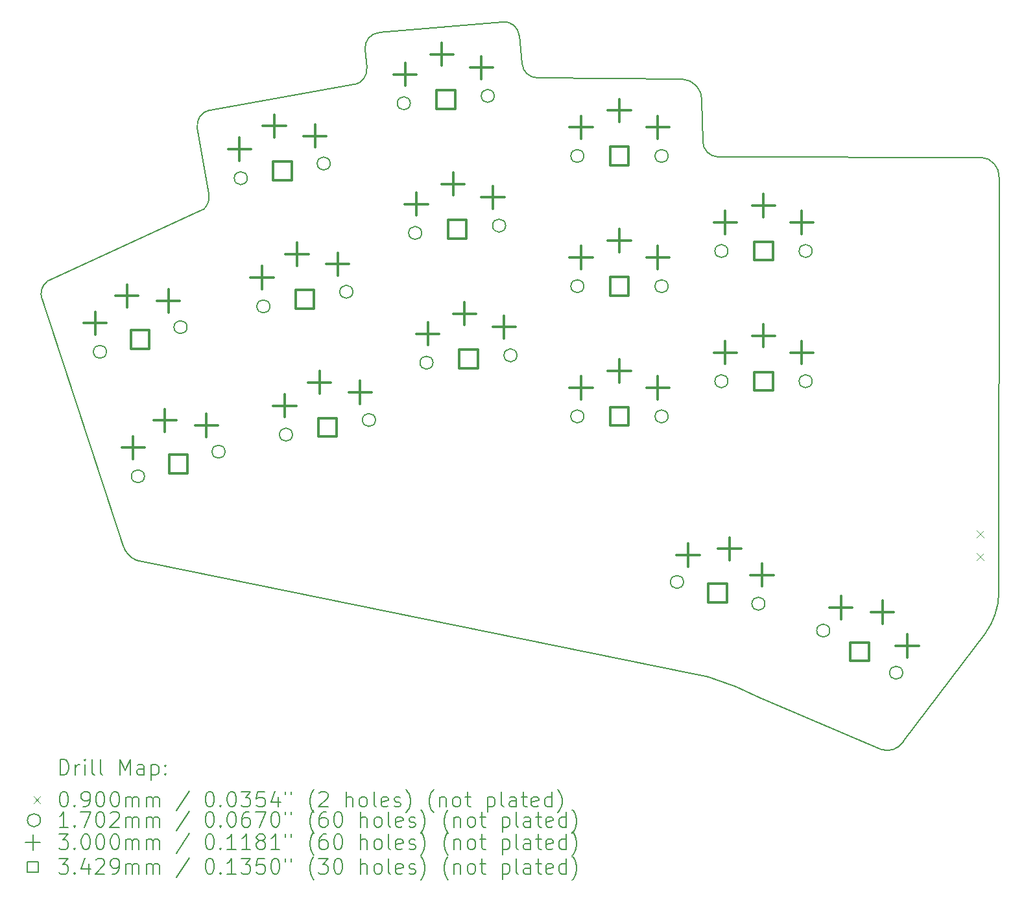
<source format=gbr>
%FSLAX45Y45*%
G04 Gerber Fmt 4.5, Leading zero omitted, Abs format (unit mm)*
G04 Created by KiCad (PCBNEW (6.0.4-0)) date 2022-05-16 08:39:34*
%MOMM*%
%LPD*%
G01*
G04 APERTURE LIST*
%TA.AperFunction,Profile*%
%ADD10C,0.150000*%
%TD*%
%ADD11C,0.200000*%
%ADD12C,0.090000*%
%ADD13C,0.170180*%
%ADD14C,0.300000*%
%ADD15C,0.342900*%
G04 APERTURE END LIST*
D10*
X6193308Y11268038D02*
X8077793Y11600323D01*
X12617390Y11393371D02*
G75*
G03*
X12363394Y11672771I-271530J8309D01*
G01*
X4064822Y9026729D02*
G75*
G03*
X4000538Y8804935I127368J-157129D01*
G01*
X4064821Y9026731D02*
X6108103Y9966950D01*
X10469953Y11689307D02*
X12363394Y11672771D01*
X13396679Y3584025D02*
G75*
G03*
X12710879Y3863425I-1793729J-3421425D01*
G01*
X10270710Y11871876D02*
G75*
G03*
X10469953Y11689307I199250J17444D01*
G01*
X16260102Y10651714D02*
X12830714Y10656418D01*
X12627823Y10859110D02*
G75*
G03*
X12830714Y10656418I208327J5640D01*
G01*
X8402406Y12279469D02*
X10016242Y12420661D01*
X14946079Y2923625D02*
G75*
G03*
X15250879Y3025225I90370J236891D01*
G01*
X12710879Y3863425D02*
X5232567Y5391664D01*
X4000538Y8804935D02*
X5064080Y5574684D01*
X5064080Y5574684D02*
G75*
G03*
X5232567Y5391664I284371J92726D01*
G01*
X14946079Y2923625D02*
X13396679Y3584025D01*
X16320418Y4439488D02*
G75*
G03*
X16494826Y4955625I-764421J545843D01*
G01*
X8242303Y11814716D02*
X8220598Y12062799D01*
X6108103Y9966950D02*
G75*
G03*
X6182043Y10176232I-151733J171310D01*
G01*
X16494826Y4955625D02*
X16498230Y10381255D01*
X10232913Y12238854D02*
G75*
G03*
X10016242Y12420661I-199233J-17424D01*
G01*
X15250879Y3025225D02*
X16320418Y4439488D01*
X6031076Y11036347D02*
X6182043Y10176232D01*
X8077794Y11600323D02*
G75*
G03*
X8242303Y11814716I-34724J196957D01*
G01*
X12627819Y10859110D02*
X12617394Y11393371D01*
X16498224Y10381255D02*
G75*
G03*
X16260102Y10651714I-253545J16825D01*
G01*
X10232912Y12238854D02*
X10270714Y11871876D01*
X6193307Y11268044D02*
G75*
G03*
X6031076Y11036347I34733J-196964D01*
G01*
X8402407Y12279462D02*
G75*
G03*
X8220598Y12062799I17423J-199232D01*
G01*
D11*
D12*
X16205014Y5779462D02*
X16295014Y5689462D01*
X16295014Y5779462D02*
X16205014Y5689462D01*
X16205014Y5479462D02*
X16295014Y5389462D01*
X16295014Y5479462D02*
X16205014Y5389462D01*
D13*
X4843348Y8112192D02*
G75*
G03*
X4843348Y8112192I-85090J0D01*
G01*
X4843348Y8112192D02*
G75*
G03*
X4843348Y8112192I-85090J0D01*
G01*
X5340380Y6486474D02*
G75*
G03*
X5340380Y6486474I-85090J0D01*
G01*
X5340380Y6486474D02*
G75*
G03*
X5340380Y6486474I-85090J0D01*
G01*
X5895283Y8433801D02*
G75*
G03*
X5895283Y8433801I-85090J0D01*
G01*
X5895283Y8433801D02*
G75*
G03*
X5895283Y8433801I-85090J0D01*
G01*
X6392315Y6808083D02*
G75*
G03*
X6392315Y6808083I-85090J0D01*
G01*
X6392315Y6808083D02*
G75*
G03*
X6392315Y6808083I-85090J0D01*
G01*
X6682157Y10379000D02*
G75*
G03*
X6682157Y10379000I-85090J0D01*
G01*
X6682157Y10379000D02*
G75*
G03*
X6682157Y10379000I-85090J0D01*
G01*
X6977359Y8704827D02*
G75*
G03*
X6977359Y8704827I-85090J0D01*
G01*
X6977359Y8704827D02*
G75*
G03*
X6977359Y8704827I-85090J0D01*
G01*
X7272560Y7030654D02*
G75*
G03*
X7272560Y7030654I-85090J0D01*
G01*
X7272560Y7030654D02*
G75*
G03*
X7272560Y7030654I-85090J0D01*
G01*
X7765445Y10570013D02*
G75*
G03*
X7765445Y10570013I-85090J0D01*
G01*
X7765445Y10570013D02*
G75*
G03*
X7765445Y10570013I-85090J0D01*
G01*
X8060647Y8895840D02*
G75*
G03*
X8060647Y8895840I-85090J0D01*
G01*
X8060647Y8895840D02*
G75*
G03*
X8060647Y8895840I-85090J0D01*
G01*
X8355849Y7221667D02*
G75*
G03*
X8355849Y7221667I-85090J0D01*
G01*
X8355849Y7221667D02*
G75*
G03*
X8355849Y7221667I-85090J0D01*
G01*
X8811183Y11357012D02*
G75*
G03*
X8811183Y11357012I-85090J0D01*
G01*
X8811183Y11357012D02*
G75*
G03*
X8811183Y11357012I-85090J0D01*
G01*
X8959347Y9663481D02*
G75*
G03*
X8959347Y9663481I-85090J0D01*
G01*
X8959347Y9663481D02*
G75*
G03*
X8959347Y9663481I-85090J0D01*
G01*
X9107512Y7969950D02*
G75*
G03*
X9107512Y7969950I-85090J0D01*
G01*
X9107512Y7969950D02*
G75*
G03*
X9107512Y7969950I-85090J0D01*
G01*
X9906997Y11452883D02*
G75*
G03*
X9906997Y11452883I-85090J0D01*
G01*
X9906997Y11452883D02*
G75*
G03*
X9906997Y11452883I-85090J0D01*
G01*
X10055161Y9759352D02*
G75*
G03*
X10055161Y9759352I-85090J0D01*
G01*
X10055161Y9759352D02*
G75*
G03*
X10055161Y9759352I-85090J0D01*
G01*
X10203326Y8065821D02*
G75*
G03*
X10203326Y8065821I-85090J0D01*
G01*
X10203326Y8065821D02*
G75*
G03*
X10203326Y8065821I-85090J0D01*
G01*
X11076199Y10668602D02*
G75*
G03*
X11076199Y10668602I-85090J0D01*
G01*
X11076199Y10668602D02*
G75*
G03*
X11076199Y10668602I-85090J0D01*
G01*
X11076199Y8968602D02*
G75*
G03*
X11076199Y8968602I-85090J0D01*
G01*
X11076199Y8968602D02*
G75*
G03*
X11076199Y8968602I-85090J0D01*
G01*
X11076199Y7268602D02*
G75*
G03*
X11076199Y7268602I-85090J0D01*
G01*
X11076199Y7268602D02*
G75*
G03*
X11076199Y7268602I-85090J0D01*
G01*
X12176199Y10668602D02*
G75*
G03*
X12176199Y10668602I-85090J0D01*
G01*
X12176199Y10668602D02*
G75*
G03*
X12176199Y10668602I-85090J0D01*
G01*
X12176199Y8968602D02*
G75*
G03*
X12176199Y8968602I-85090J0D01*
G01*
X12176199Y8968602D02*
G75*
G03*
X12176199Y8968602I-85090J0D01*
G01*
X12176199Y7268602D02*
G75*
G03*
X12176199Y7268602I-85090J0D01*
G01*
X12176199Y7268602D02*
G75*
G03*
X12176199Y7268602I-85090J0D01*
G01*
X12377737Y5107261D02*
G75*
G03*
X12377737Y5107261I-85090J0D01*
G01*
X12377737Y5107261D02*
G75*
G03*
X12377737Y5107261I-85090J0D01*
G01*
X12956918Y9427885D02*
G75*
G03*
X12956918Y9427885I-85090J0D01*
G01*
X12956918Y9427885D02*
G75*
G03*
X12956918Y9427885I-85090J0D01*
G01*
X12956918Y7727885D02*
G75*
G03*
X12956918Y7727885I-85090J0D01*
G01*
X12956918Y7727885D02*
G75*
G03*
X12956918Y7727885I-85090J0D01*
G01*
X13440256Y4822560D02*
G75*
G03*
X13440256Y4822560I-85090J0D01*
G01*
X13440256Y4822560D02*
G75*
G03*
X13440256Y4822560I-85090J0D01*
G01*
X14056918Y9427885D02*
G75*
G03*
X14056918Y9427885I-85090J0D01*
G01*
X14056918Y9427885D02*
G75*
G03*
X14056918Y9427885I-85090J0D01*
G01*
X14056918Y7727885D02*
G75*
G03*
X14056918Y7727885I-85090J0D01*
G01*
X14056918Y7727885D02*
G75*
G03*
X14056918Y7727885I-85090J0D01*
G01*
X14286442Y4472058D02*
G75*
G03*
X14286442Y4472058I-85090J0D01*
G01*
X14286442Y4472058D02*
G75*
G03*
X14286442Y4472058I-85090J0D01*
G01*
X15239070Y3922058D02*
G75*
G03*
X15239070Y3922058I-85090J0D01*
G01*
X15239070Y3922058D02*
G75*
G03*
X15239070Y3922058I-85090J0D01*
G01*
D14*
X4696434Y8635425D02*
X4696434Y8335425D01*
X4546434Y8485425D02*
X4846434Y8485425D01*
X5110265Y8991998D02*
X5110265Y8691998D01*
X4960265Y8841998D02*
X5260265Y8841998D01*
X5110265Y8991998D02*
X5110265Y8691998D01*
X4960265Y8841998D02*
X5260265Y8841998D01*
X5193466Y7009707D02*
X5193466Y6709707D01*
X5043466Y6859707D02*
X5343466Y6859707D01*
X5607297Y7366279D02*
X5607297Y7066279D01*
X5457297Y7216279D02*
X5757297Y7216279D01*
X5607297Y7366279D02*
X5607297Y7066279D01*
X5457297Y7216279D02*
X5757297Y7216279D01*
X5652739Y8927796D02*
X5652739Y8627796D01*
X5502739Y8777796D02*
X5802739Y8777796D01*
X6149771Y7302078D02*
X6149771Y7002078D01*
X5999771Y7152078D02*
X6299771Y7152078D01*
X6581189Y10906986D02*
X6581189Y10606986D01*
X6431189Y10756986D02*
X6731189Y10756986D01*
X6876391Y9232812D02*
X6876391Y8932812D01*
X6726391Y9082812D02*
X7026391Y9082812D01*
X7035390Y11210467D02*
X7035390Y10910467D01*
X6885390Y11060467D02*
X7185390Y11060467D01*
X7035390Y11210467D02*
X7035390Y10910467D01*
X6885390Y11060467D02*
X7185390Y11060467D01*
X7171593Y7558639D02*
X7171593Y7258639D01*
X7021593Y7408639D02*
X7321593Y7408639D01*
X7330592Y9536294D02*
X7330592Y9236294D01*
X7180592Y9386294D02*
X7480592Y9386294D01*
X7330592Y9536294D02*
X7330592Y9236294D01*
X7180592Y9386294D02*
X7480592Y9386294D01*
X7565997Y11080634D02*
X7565997Y10780634D01*
X7415997Y10930634D02*
X7715997Y10930634D01*
X7625794Y7862121D02*
X7625794Y7562121D01*
X7475794Y7712121D02*
X7775794Y7712121D01*
X7625794Y7862121D02*
X7625794Y7562121D01*
X7475794Y7712121D02*
X7775794Y7712121D01*
X7861199Y9406461D02*
X7861199Y9106461D01*
X7711199Y9256461D02*
X8011199Y9256461D01*
X8156401Y7732287D02*
X8156401Y7432287D01*
X8006401Y7582287D02*
X8306401Y7582287D01*
X8743219Y11884943D02*
X8743219Y11584943D01*
X8593219Y11734943D02*
X8893219Y11734943D01*
X8891384Y10191412D02*
X8891384Y9891412D01*
X8741384Y10041412D02*
X9041384Y10041412D01*
X9039548Y8497881D02*
X9039548Y8197881D01*
X8889548Y8347881D02*
X9189548Y8347881D01*
X9222142Y12147683D02*
X9222142Y11847683D01*
X9072142Y11997683D02*
X9372142Y11997683D01*
X9222142Y12147683D02*
X9222142Y11847683D01*
X9072142Y11997683D02*
X9372142Y11997683D01*
X9370307Y10454153D02*
X9370307Y10154153D01*
X9220307Y10304153D02*
X9520307Y10304153D01*
X9370307Y10454153D02*
X9370307Y10154153D01*
X9220307Y10304153D02*
X9520307Y10304153D01*
X9518471Y8760622D02*
X9518471Y8460622D01*
X9368471Y8610622D02*
X9668471Y8610622D01*
X9518471Y8760622D02*
X9518471Y8460622D01*
X9368471Y8610622D02*
X9668471Y8610622D01*
X9739414Y11972099D02*
X9739414Y11672099D01*
X9589414Y11822099D02*
X9889414Y11822099D01*
X9887578Y10278568D02*
X9887578Y9978568D01*
X9737578Y10128568D02*
X10037578Y10128568D01*
X10035743Y8585037D02*
X10035743Y8285037D01*
X9885743Y8435037D02*
X10185743Y8435037D01*
X11041109Y11193602D02*
X11041109Y10893602D01*
X10891109Y11043602D02*
X11191109Y11043602D01*
X11041109Y9493602D02*
X11041109Y9193602D01*
X10891109Y9343602D02*
X11191109Y9343602D01*
X11041109Y7793602D02*
X11041109Y7493602D01*
X10891109Y7643602D02*
X11191109Y7643602D01*
X11541109Y11413602D02*
X11541109Y11113602D01*
X11391109Y11263602D02*
X11691109Y11263602D01*
X11541109Y11413602D02*
X11541109Y11113602D01*
X11391109Y11263602D02*
X11691109Y11263602D01*
X11541109Y9713602D02*
X11541109Y9413602D01*
X11391109Y9563602D02*
X11691109Y9563602D01*
X11541109Y9713602D02*
X11541109Y9413602D01*
X11391109Y9563602D02*
X11691109Y9563602D01*
X11541109Y8013602D02*
X11541109Y7713602D01*
X11391109Y7863602D02*
X11691109Y7863602D01*
X11541109Y8013602D02*
X11541109Y7713602D01*
X11391109Y7863602D02*
X11691109Y7863602D01*
X12041109Y11193602D02*
X12041109Y10893602D01*
X11891109Y11043602D02*
X12191109Y11043602D01*
X12041109Y9493602D02*
X12041109Y9193602D01*
X11891109Y9343602D02*
X12191109Y9343602D01*
X12041109Y7793602D02*
X12041109Y7493602D01*
X11891109Y7643602D02*
X12191109Y7643602D01*
X12438001Y5606542D02*
X12438001Y5306542D01*
X12288001Y5456542D02*
X12588001Y5456542D01*
X12921828Y9952885D02*
X12921828Y9652885D01*
X12771828Y9802885D02*
X13071828Y9802885D01*
X12921828Y8252885D02*
X12921828Y7952885D01*
X12771828Y8102885D02*
X13071828Y8102885D01*
X12977904Y5689636D02*
X12977904Y5389636D01*
X12827904Y5539636D02*
X13127904Y5539636D01*
X12977904Y5689636D02*
X12977904Y5389636D01*
X12827904Y5539636D02*
X13127904Y5539636D01*
X13403927Y5347723D02*
X13403927Y5047723D01*
X13253927Y5197723D02*
X13553927Y5197723D01*
X13421828Y10172885D02*
X13421828Y9872885D01*
X13271828Y10022885D02*
X13571828Y10022885D01*
X13421828Y10172885D02*
X13421828Y9872885D01*
X13271828Y10022885D02*
X13571828Y10022885D01*
X13421828Y8472885D02*
X13421828Y8172885D01*
X13271828Y8322885D02*
X13571828Y8322885D01*
X13421828Y8472885D02*
X13421828Y8172885D01*
X13271828Y8322885D02*
X13571828Y8322885D01*
X13921828Y9952885D02*
X13921828Y9652885D01*
X13771828Y9802885D02*
X14071828Y9802885D01*
X13921828Y8252885D02*
X13921828Y7952885D01*
X13771828Y8102885D02*
X14071828Y8102885D01*
X14432154Y4921818D02*
X14432154Y4621818D01*
X14282154Y4771818D02*
X14582154Y4771818D01*
X14975166Y4862343D02*
X14975166Y4562343D01*
X14825166Y4712343D02*
X15125166Y4712343D01*
X14975166Y4862343D02*
X14975166Y4562343D01*
X14825166Y4712343D02*
X15125166Y4712343D01*
X15298179Y4421818D02*
X15298179Y4121817D01*
X15148179Y4271818D02*
X15448179Y4271818D01*
D15*
X5405461Y8151762D02*
X5405461Y8394231D01*
X5162991Y8394231D01*
X5162991Y8151762D01*
X5405461Y8151762D01*
X5405461Y8151762D02*
X5405461Y8394231D01*
X5162991Y8394231D01*
X5162991Y8151762D01*
X5405461Y8151762D01*
X5902492Y6526044D02*
X5902492Y6768513D01*
X5660023Y6768513D01*
X5660023Y6526044D01*
X5902492Y6526044D01*
X5902492Y6526044D02*
X5902492Y6768513D01*
X5660023Y6768513D01*
X5660023Y6526044D01*
X5902492Y6526044D01*
X7259946Y10353272D02*
X7259946Y10595741D01*
X7017476Y10595741D01*
X7017476Y10353272D01*
X7259946Y10353272D01*
X7259946Y10353272D02*
X7259946Y10595741D01*
X7017476Y10595741D01*
X7017476Y10353272D01*
X7259946Y10353272D01*
X7555147Y8679099D02*
X7555147Y8921568D01*
X7312678Y8921568D01*
X7312678Y8679099D01*
X7555147Y8679099D01*
X7555147Y8679099D02*
X7555147Y8921568D01*
X7312678Y8921568D01*
X7312678Y8679099D01*
X7555147Y8679099D01*
X7850349Y7004926D02*
X7850349Y7247395D01*
X7607880Y7247395D01*
X7607880Y7004926D01*
X7850349Y7004926D01*
X7850349Y7004926D02*
X7850349Y7247395D01*
X7607880Y7247395D01*
X7607880Y7004926D01*
X7850349Y7004926D01*
X9395234Y11283713D02*
X9395234Y11526182D01*
X9152765Y11526182D01*
X9152765Y11283713D01*
X9395234Y11283713D01*
X9395234Y11283713D02*
X9395234Y11526182D01*
X9152765Y11526182D01*
X9152765Y11283713D01*
X9395234Y11283713D01*
X9543399Y9590182D02*
X9543399Y9832651D01*
X9300930Y9832651D01*
X9300930Y9590182D01*
X9543399Y9590182D01*
X9543399Y9590182D02*
X9543399Y9832651D01*
X9300930Y9832651D01*
X9300930Y9590182D01*
X9543399Y9590182D01*
X9691564Y7896651D02*
X9691564Y8139120D01*
X9449095Y8139120D01*
X9449095Y7896651D01*
X9691564Y7896651D01*
X9691564Y7896651D02*
X9691564Y8139120D01*
X9449095Y8139120D01*
X9449095Y7896651D01*
X9691564Y7896651D01*
X11662343Y10547367D02*
X11662343Y10789836D01*
X11419874Y10789836D01*
X11419874Y10547367D01*
X11662343Y10547367D01*
X11662343Y10547367D02*
X11662343Y10789836D01*
X11419874Y10789836D01*
X11419874Y10547367D01*
X11662343Y10547367D01*
X11662343Y8847367D02*
X11662343Y9089836D01*
X11419874Y9089836D01*
X11419874Y8847367D01*
X11662343Y8847367D01*
X11662343Y8847367D02*
X11662343Y9089836D01*
X11419874Y9089836D01*
X11419874Y8847367D01*
X11662343Y8847367D01*
X11662343Y7147367D02*
X11662343Y7389836D01*
X11419874Y7389836D01*
X11419874Y7147367D01*
X11662343Y7147367D01*
X11662343Y7147367D02*
X11662343Y7389836D01*
X11419874Y7389836D01*
X11419874Y7147367D01*
X11662343Y7147367D01*
X12945141Y4843676D02*
X12945141Y5086145D01*
X12702672Y5086145D01*
X12702672Y4843676D01*
X12945141Y4843676D01*
X12945141Y4843676D02*
X12945141Y5086145D01*
X12702672Y5086145D01*
X12702672Y4843676D01*
X12945141Y4843676D01*
X13543063Y9306651D02*
X13543063Y9549120D01*
X13300593Y9549120D01*
X13300593Y9306651D01*
X13543063Y9306651D01*
X13543063Y9306651D02*
X13543063Y9549120D01*
X13300593Y9549120D01*
X13300593Y9306651D01*
X13543063Y9306651D01*
X13543063Y7606651D02*
X13543063Y7849120D01*
X13300593Y7849120D01*
X13300593Y7606651D01*
X13543063Y7606651D01*
X13543063Y7606651D02*
X13543063Y7849120D01*
X13300593Y7849120D01*
X13300593Y7606651D01*
X13543063Y7606651D01*
X14798901Y4075823D02*
X14798901Y4318293D01*
X14556432Y4318293D01*
X14556432Y4075823D01*
X14798901Y4075823D01*
X14798901Y4075823D02*
X14798901Y4318293D01*
X14556432Y4318293D01*
X14556432Y4075823D01*
X14798901Y4075823D01*
D11*
X4240042Y2588997D02*
X4240042Y2788997D01*
X4287661Y2788997D01*
X4316233Y2779473D01*
X4335280Y2760426D01*
X4344804Y2741378D01*
X4354328Y2703283D01*
X4354328Y2674711D01*
X4344804Y2636616D01*
X4335280Y2617568D01*
X4316233Y2598521D01*
X4287661Y2588997D01*
X4240042Y2588997D01*
X4440042Y2588997D02*
X4440042Y2722330D01*
X4440042Y2684235D02*
X4449566Y2703283D01*
X4459090Y2712807D01*
X4478137Y2722330D01*
X4497185Y2722330D01*
X4563852Y2588997D02*
X4563852Y2722330D01*
X4563852Y2788997D02*
X4554328Y2779473D01*
X4563852Y2769949D01*
X4573375Y2779473D01*
X4563852Y2788997D01*
X4563852Y2769949D01*
X4687661Y2588997D02*
X4668614Y2598521D01*
X4659090Y2617568D01*
X4659090Y2788997D01*
X4792423Y2588997D02*
X4773375Y2598521D01*
X4763852Y2617568D01*
X4763852Y2788997D01*
X5020995Y2588997D02*
X5020995Y2788997D01*
X5087661Y2646140D01*
X5154328Y2788997D01*
X5154328Y2588997D01*
X5335280Y2588997D02*
X5335280Y2693759D01*
X5325756Y2712807D01*
X5306709Y2722330D01*
X5268614Y2722330D01*
X5249566Y2712807D01*
X5335280Y2598521D02*
X5316233Y2588997D01*
X5268614Y2588997D01*
X5249566Y2598521D01*
X5240042Y2617568D01*
X5240042Y2636616D01*
X5249566Y2655664D01*
X5268614Y2665187D01*
X5316233Y2665187D01*
X5335280Y2674711D01*
X5430518Y2722330D02*
X5430518Y2522330D01*
X5430518Y2712807D02*
X5449566Y2722330D01*
X5487661Y2722330D01*
X5506709Y2712807D01*
X5516233Y2703283D01*
X5525756Y2684235D01*
X5525756Y2627092D01*
X5516233Y2608045D01*
X5506709Y2598521D01*
X5487661Y2588997D01*
X5449566Y2588997D01*
X5430518Y2598521D01*
X5611471Y2608045D02*
X5620994Y2598521D01*
X5611471Y2588997D01*
X5601947Y2598521D01*
X5611471Y2608045D01*
X5611471Y2588997D01*
X5611471Y2712807D02*
X5620994Y2703283D01*
X5611471Y2693759D01*
X5601947Y2703283D01*
X5611471Y2712807D01*
X5611471Y2693759D01*
D12*
X3892423Y2304473D02*
X3982423Y2214473D01*
X3982423Y2304473D02*
X3892423Y2214473D01*
D11*
X4278137Y2368997D02*
X4297185Y2368997D01*
X4316233Y2359473D01*
X4325756Y2349949D01*
X4335280Y2330902D01*
X4344804Y2292807D01*
X4344804Y2245187D01*
X4335280Y2207092D01*
X4325756Y2188045D01*
X4316233Y2178521D01*
X4297185Y2168997D01*
X4278137Y2168997D01*
X4259090Y2178521D01*
X4249566Y2188045D01*
X4240042Y2207092D01*
X4230518Y2245187D01*
X4230518Y2292807D01*
X4240042Y2330902D01*
X4249566Y2349949D01*
X4259090Y2359473D01*
X4278137Y2368997D01*
X4430518Y2188045D02*
X4440042Y2178521D01*
X4430518Y2168997D01*
X4420995Y2178521D01*
X4430518Y2188045D01*
X4430518Y2168997D01*
X4535280Y2168997D02*
X4573375Y2168997D01*
X4592423Y2178521D01*
X4601947Y2188045D01*
X4620995Y2216616D01*
X4630518Y2254711D01*
X4630518Y2330902D01*
X4620995Y2349949D01*
X4611471Y2359473D01*
X4592423Y2368997D01*
X4554328Y2368997D01*
X4535280Y2359473D01*
X4525756Y2349949D01*
X4516233Y2330902D01*
X4516233Y2283283D01*
X4525756Y2264235D01*
X4535280Y2254711D01*
X4554328Y2245187D01*
X4592423Y2245187D01*
X4611471Y2254711D01*
X4620995Y2264235D01*
X4630518Y2283283D01*
X4754328Y2368997D02*
X4773375Y2368997D01*
X4792423Y2359473D01*
X4801947Y2349949D01*
X4811471Y2330902D01*
X4820995Y2292807D01*
X4820995Y2245187D01*
X4811471Y2207092D01*
X4801947Y2188045D01*
X4792423Y2178521D01*
X4773375Y2168997D01*
X4754328Y2168997D01*
X4735280Y2178521D01*
X4725756Y2188045D01*
X4716233Y2207092D01*
X4706709Y2245187D01*
X4706709Y2292807D01*
X4716233Y2330902D01*
X4725756Y2349949D01*
X4735280Y2359473D01*
X4754328Y2368997D01*
X4944804Y2368997D02*
X4963852Y2368997D01*
X4982899Y2359473D01*
X4992423Y2349949D01*
X5001947Y2330902D01*
X5011471Y2292807D01*
X5011471Y2245187D01*
X5001947Y2207092D01*
X4992423Y2188045D01*
X4982899Y2178521D01*
X4963852Y2168997D01*
X4944804Y2168997D01*
X4925756Y2178521D01*
X4916233Y2188045D01*
X4906709Y2207092D01*
X4897185Y2245187D01*
X4897185Y2292807D01*
X4906709Y2330902D01*
X4916233Y2349949D01*
X4925756Y2359473D01*
X4944804Y2368997D01*
X5097185Y2168997D02*
X5097185Y2302330D01*
X5097185Y2283283D02*
X5106709Y2292807D01*
X5125756Y2302330D01*
X5154328Y2302330D01*
X5173375Y2292807D01*
X5182899Y2273759D01*
X5182899Y2168997D01*
X5182899Y2273759D02*
X5192423Y2292807D01*
X5211471Y2302330D01*
X5240042Y2302330D01*
X5259090Y2292807D01*
X5268614Y2273759D01*
X5268614Y2168997D01*
X5363852Y2168997D02*
X5363852Y2302330D01*
X5363852Y2283283D02*
X5373375Y2292807D01*
X5392423Y2302330D01*
X5420995Y2302330D01*
X5440042Y2292807D01*
X5449566Y2273759D01*
X5449566Y2168997D01*
X5449566Y2273759D02*
X5459090Y2292807D01*
X5478137Y2302330D01*
X5506709Y2302330D01*
X5525756Y2292807D01*
X5535280Y2273759D01*
X5535280Y2168997D01*
X5925756Y2378521D02*
X5754328Y2121378D01*
X6182899Y2368997D02*
X6201947Y2368997D01*
X6220994Y2359473D01*
X6230518Y2349949D01*
X6240042Y2330902D01*
X6249566Y2292807D01*
X6249566Y2245187D01*
X6240042Y2207092D01*
X6230518Y2188045D01*
X6220994Y2178521D01*
X6201947Y2168997D01*
X6182899Y2168997D01*
X6163852Y2178521D01*
X6154328Y2188045D01*
X6144804Y2207092D01*
X6135280Y2245187D01*
X6135280Y2292807D01*
X6144804Y2330902D01*
X6154328Y2349949D01*
X6163852Y2359473D01*
X6182899Y2368997D01*
X6335280Y2188045D02*
X6344804Y2178521D01*
X6335280Y2168997D01*
X6325756Y2178521D01*
X6335280Y2188045D01*
X6335280Y2168997D01*
X6468613Y2368997D02*
X6487661Y2368997D01*
X6506709Y2359473D01*
X6516233Y2349949D01*
X6525756Y2330902D01*
X6535280Y2292807D01*
X6535280Y2245187D01*
X6525756Y2207092D01*
X6516233Y2188045D01*
X6506709Y2178521D01*
X6487661Y2168997D01*
X6468613Y2168997D01*
X6449566Y2178521D01*
X6440042Y2188045D01*
X6430518Y2207092D01*
X6420994Y2245187D01*
X6420994Y2292807D01*
X6430518Y2330902D01*
X6440042Y2349949D01*
X6449566Y2359473D01*
X6468613Y2368997D01*
X6601947Y2368997D02*
X6725756Y2368997D01*
X6659090Y2292807D01*
X6687661Y2292807D01*
X6706709Y2283283D01*
X6716233Y2273759D01*
X6725756Y2254711D01*
X6725756Y2207092D01*
X6716233Y2188045D01*
X6706709Y2178521D01*
X6687661Y2168997D01*
X6630518Y2168997D01*
X6611471Y2178521D01*
X6601947Y2188045D01*
X6906709Y2368997D02*
X6811471Y2368997D01*
X6801947Y2273759D01*
X6811471Y2283283D01*
X6830518Y2292807D01*
X6878137Y2292807D01*
X6897185Y2283283D01*
X6906709Y2273759D01*
X6916233Y2254711D01*
X6916233Y2207092D01*
X6906709Y2188045D01*
X6897185Y2178521D01*
X6878137Y2168997D01*
X6830518Y2168997D01*
X6811471Y2178521D01*
X6801947Y2188045D01*
X7087661Y2302330D02*
X7087661Y2168997D01*
X7040042Y2378521D02*
X6992423Y2235664D01*
X7116233Y2235664D01*
X7182899Y2368997D02*
X7182899Y2330902D01*
X7259090Y2368997D02*
X7259090Y2330902D01*
X7554328Y2092806D02*
X7544804Y2102330D01*
X7525756Y2130902D01*
X7516233Y2149949D01*
X7506709Y2178521D01*
X7497185Y2226140D01*
X7497185Y2264235D01*
X7506709Y2311854D01*
X7516233Y2340426D01*
X7525756Y2359473D01*
X7544804Y2388045D01*
X7554328Y2397568D01*
X7620994Y2349949D02*
X7630518Y2359473D01*
X7649566Y2368997D01*
X7697185Y2368997D01*
X7716233Y2359473D01*
X7725756Y2349949D01*
X7735280Y2330902D01*
X7735280Y2311854D01*
X7725756Y2283283D01*
X7611471Y2168997D01*
X7735280Y2168997D01*
X7973375Y2168997D02*
X7973375Y2368997D01*
X8059090Y2168997D02*
X8059090Y2273759D01*
X8049566Y2292807D01*
X8030518Y2302330D01*
X8001947Y2302330D01*
X7982899Y2292807D01*
X7973375Y2283283D01*
X8182899Y2168997D02*
X8163852Y2178521D01*
X8154328Y2188045D01*
X8144804Y2207092D01*
X8144804Y2264235D01*
X8154328Y2283283D01*
X8163852Y2292807D01*
X8182899Y2302330D01*
X8211471Y2302330D01*
X8230518Y2292807D01*
X8240042Y2283283D01*
X8249566Y2264235D01*
X8249566Y2207092D01*
X8240042Y2188045D01*
X8230518Y2178521D01*
X8211471Y2168997D01*
X8182899Y2168997D01*
X8363852Y2168997D02*
X8344804Y2178521D01*
X8335280Y2197568D01*
X8335280Y2368997D01*
X8516233Y2178521D02*
X8497185Y2168997D01*
X8459090Y2168997D01*
X8440042Y2178521D01*
X8430518Y2197568D01*
X8430518Y2273759D01*
X8440042Y2292807D01*
X8459090Y2302330D01*
X8497185Y2302330D01*
X8516233Y2292807D01*
X8525756Y2273759D01*
X8525756Y2254711D01*
X8430518Y2235664D01*
X8601947Y2178521D02*
X8620995Y2168997D01*
X8659090Y2168997D01*
X8678137Y2178521D01*
X8687661Y2197568D01*
X8687661Y2207092D01*
X8678137Y2226140D01*
X8659090Y2235664D01*
X8630518Y2235664D01*
X8611471Y2245187D01*
X8601947Y2264235D01*
X8601947Y2273759D01*
X8611471Y2292807D01*
X8630518Y2302330D01*
X8659090Y2302330D01*
X8678137Y2292807D01*
X8754328Y2092806D02*
X8763852Y2102330D01*
X8782899Y2130902D01*
X8792423Y2149949D01*
X8801947Y2178521D01*
X8811471Y2226140D01*
X8811471Y2264235D01*
X8801947Y2311854D01*
X8792423Y2340426D01*
X8782899Y2359473D01*
X8763852Y2388045D01*
X8754328Y2397568D01*
X9116233Y2092806D02*
X9106709Y2102330D01*
X9087661Y2130902D01*
X9078137Y2149949D01*
X9068614Y2178521D01*
X9059090Y2226140D01*
X9059090Y2264235D01*
X9068614Y2311854D01*
X9078137Y2340426D01*
X9087661Y2359473D01*
X9106709Y2388045D01*
X9116233Y2397568D01*
X9192423Y2302330D02*
X9192423Y2168997D01*
X9192423Y2283283D02*
X9201947Y2292807D01*
X9220995Y2302330D01*
X9249566Y2302330D01*
X9268614Y2292807D01*
X9278137Y2273759D01*
X9278137Y2168997D01*
X9401947Y2168997D02*
X9382899Y2178521D01*
X9373375Y2188045D01*
X9363852Y2207092D01*
X9363852Y2264235D01*
X9373375Y2283283D01*
X9382899Y2292807D01*
X9401947Y2302330D01*
X9430518Y2302330D01*
X9449566Y2292807D01*
X9459090Y2283283D01*
X9468614Y2264235D01*
X9468614Y2207092D01*
X9459090Y2188045D01*
X9449566Y2178521D01*
X9430518Y2168997D01*
X9401947Y2168997D01*
X9525756Y2302330D02*
X9601947Y2302330D01*
X9554328Y2368997D02*
X9554328Y2197568D01*
X9563852Y2178521D01*
X9582899Y2168997D01*
X9601947Y2168997D01*
X9820995Y2302330D02*
X9820995Y2102330D01*
X9820995Y2292807D02*
X9840042Y2302330D01*
X9878137Y2302330D01*
X9897185Y2292807D01*
X9906709Y2283283D01*
X9916233Y2264235D01*
X9916233Y2207092D01*
X9906709Y2188045D01*
X9897185Y2178521D01*
X9878137Y2168997D01*
X9840042Y2168997D01*
X9820995Y2178521D01*
X10030518Y2168997D02*
X10011471Y2178521D01*
X10001947Y2197568D01*
X10001947Y2368997D01*
X10192423Y2168997D02*
X10192423Y2273759D01*
X10182899Y2292807D01*
X10163852Y2302330D01*
X10125756Y2302330D01*
X10106709Y2292807D01*
X10192423Y2178521D02*
X10173375Y2168997D01*
X10125756Y2168997D01*
X10106709Y2178521D01*
X10097185Y2197568D01*
X10097185Y2216616D01*
X10106709Y2235664D01*
X10125756Y2245187D01*
X10173375Y2245187D01*
X10192423Y2254711D01*
X10259090Y2302330D02*
X10335280Y2302330D01*
X10287661Y2368997D02*
X10287661Y2197568D01*
X10297185Y2178521D01*
X10316233Y2168997D01*
X10335280Y2168997D01*
X10478137Y2178521D02*
X10459090Y2168997D01*
X10420995Y2168997D01*
X10401947Y2178521D01*
X10392423Y2197568D01*
X10392423Y2273759D01*
X10401947Y2292807D01*
X10420995Y2302330D01*
X10459090Y2302330D01*
X10478137Y2292807D01*
X10487661Y2273759D01*
X10487661Y2254711D01*
X10392423Y2235664D01*
X10659090Y2168997D02*
X10659090Y2368997D01*
X10659090Y2178521D02*
X10640042Y2168997D01*
X10601947Y2168997D01*
X10582899Y2178521D01*
X10573375Y2188045D01*
X10563852Y2207092D01*
X10563852Y2264235D01*
X10573375Y2283283D01*
X10582899Y2292807D01*
X10601947Y2302330D01*
X10640042Y2302330D01*
X10659090Y2292807D01*
X10735280Y2092806D02*
X10744804Y2102330D01*
X10763852Y2130902D01*
X10773375Y2149949D01*
X10782899Y2178521D01*
X10792423Y2226140D01*
X10792423Y2264235D01*
X10782899Y2311854D01*
X10773375Y2340426D01*
X10763852Y2359473D01*
X10744804Y2388045D01*
X10735280Y2397568D01*
D13*
X3982423Y1995473D02*
G75*
G03*
X3982423Y1995473I-85090J0D01*
G01*
D11*
X4344804Y1904997D02*
X4230518Y1904997D01*
X4287661Y1904997D02*
X4287661Y2104997D01*
X4268614Y2076425D01*
X4249566Y2057378D01*
X4230518Y2047854D01*
X4430518Y1924045D02*
X4440042Y1914521D01*
X4430518Y1904997D01*
X4420995Y1914521D01*
X4430518Y1924045D01*
X4430518Y1904997D01*
X4506709Y2104997D02*
X4640042Y2104997D01*
X4554328Y1904997D01*
X4754328Y2104997D02*
X4773375Y2104997D01*
X4792423Y2095473D01*
X4801947Y2085949D01*
X4811471Y2066902D01*
X4820995Y2028806D01*
X4820995Y1981187D01*
X4811471Y1943092D01*
X4801947Y1924045D01*
X4792423Y1914521D01*
X4773375Y1904997D01*
X4754328Y1904997D01*
X4735280Y1914521D01*
X4725756Y1924045D01*
X4716233Y1943092D01*
X4706709Y1981187D01*
X4706709Y2028806D01*
X4716233Y2066902D01*
X4725756Y2085949D01*
X4735280Y2095473D01*
X4754328Y2104997D01*
X4897185Y2085949D02*
X4906709Y2095473D01*
X4925756Y2104997D01*
X4973375Y2104997D01*
X4992423Y2095473D01*
X5001947Y2085949D01*
X5011471Y2066902D01*
X5011471Y2047854D01*
X5001947Y2019283D01*
X4887661Y1904997D01*
X5011471Y1904997D01*
X5097185Y1904997D02*
X5097185Y2038330D01*
X5097185Y2019283D02*
X5106709Y2028806D01*
X5125756Y2038330D01*
X5154328Y2038330D01*
X5173375Y2028806D01*
X5182899Y2009759D01*
X5182899Y1904997D01*
X5182899Y2009759D02*
X5192423Y2028806D01*
X5211471Y2038330D01*
X5240042Y2038330D01*
X5259090Y2028806D01*
X5268614Y2009759D01*
X5268614Y1904997D01*
X5363852Y1904997D02*
X5363852Y2038330D01*
X5363852Y2019283D02*
X5373375Y2028806D01*
X5392423Y2038330D01*
X5420995Y2038330D01*
X5440042Y2028806D01*
X5449566Y2009759D01*
X5449566Y1904997D01*
X5449566Y2009759D02*
X5459090Y2028806D01*
X5478137Y2038330D01*
X5506709Y2038330D01*
X5525756Y2028806D01*
X5535280Y2009759D01*
X5535280Y1904997D01*
X5925756Y2114521D02*
X5754328Y1857378D01*
X6182899Y2104997D02*
X6201947Y2104997D01*
X6220994Y2095473D01*
X6230518Y2085949D01*
X6240042Y2066902D01*
X6249566Y2028806D01*
X6249566Y1981187D01*
X6240042Y1943092D01*
X6230518Y1924045D01*
X6220994Y1914521D01*
X6201947Y1904997D01*
X6182899Y1904997D01*
X6163852Y1914521D01*
X6154328Y1924045D01*
X6144804Y1943092D01*
X6135280Y1981187D01*
X6135280Y2028806D01*
X6144804Y2066902D01*
X6154328Y2085949D01*
X6163852Y2095473D01*
X6182899Y2104997D01*
X6335280Y1924045D02*
X6344804Y1914521D01*
X6335280Y1904997D01*
X6325756Y1914521D01*
X6335280Y1924045D01*
X6335280Y1904997D01*
X6468613Y2104997D02*
X6487661Y2104997D01*
X6506709Y2095473D01*
X6516233Y2085949D01*
X6525756Y2066902D01*
X6535280Y2028806D01*
X6535280Y1981187D01*
X6525756Y1943092D01*
X6516233Y1924045D01*
X6506709Y1914521D01*
X6487661Y1904997D01*
X6468613Y1904997D01*
X6449566Y1914521D01*
X6440042Y1924045D01*
X6430518Y1943092D01*
X6420994Y1981187D01*
X6420994Y2028806D01*
X6430518Y2066902D01*
X6440042Y2085949D01*
X6449566Y2095473D01*
X6468613Y2104997D01*
X6706709Y2104997D02*
X6668613Y2104997D01*
X6649566Y2095473D01*
X6640042Y2085949D01*
X6620994Y2057378D01*
X6611471Y2019283D01*
X6611471Y1943092D01*
X6620994Y1924045D01*
X6630518Y1914521D01*
X6649566Y1904997D01*
X6687661Y1904997D01*
X6706709Y1914521D01*
X6716233Y1924045D01*
X6725756Y1943092D01*
X6725756Y1990711D01*
X6716233Y2009759D01*
X6706709Y2019283D01*
X6687661Y2028806D01*
X6649566Y2028806D01*
X6630518Y2019283D01*
X6620994Y2009759D01*
X6611471Y1990711D01*
X6792423Y2104997D02*
X6925756Y2104997D01*
X6840042Y1904997D01*
X7040042Y2104997D02*
X7059090Y2104997D01*
X7078137Y2095473D01*
X7087661Y2085949D01*
X7097185Y2066902D01*
X7106709Y2028806D01*
X7106709Y1981187D01*
X7097185Y1943092D01*
X7087661Y1924045D01*
X7078137Y1914521D01*
X7059090Y1904997D01*
X7040042Y1904997D01*
X7020994Y1914521D01*
X7011471Y1924045D01*
X7001947Y1943092D01*
X6992423Y1981187D01*
X6992423Y2028806D01*
X7001947Y2066902D01*
X7011471Y2085949D01*
X7020994Y2095473D01*
X7040042Y2104997D01*
X7182899Y2104997D02*
X7182899Y2066902D01*
X7259090Y2104997D02*
X7259090Y2066902D01*
X7554328Y1828806D02*
X7544804Y1838330D01*
X7525756Y1866902D01*
X7516233Y1885949D01*
X7506709Y1914521D01*
X7497185Y1962140D01*
X7497185Y2000235D01*
X7506709Y2047854D01*
X7516233Y2076425D01*
X7525756Y2095473D01*
X7544804Y2124045D01*
X7554328Y2133568D01*
X7716233Y2104997D02*
X7678137Y2104997D01*
X7659090Y2095473D01*
X7649566Y2085949D01*
X7630518Y2057378D01*
X7620994Y2019283D01*
X7620994Y1943092D01*
X7630518Y1924045D01*
X7640042Y1914521D01*
X7659090Y1904997D01*
X7697185Y1904997D01*
X7716233Y1914521D01*
X7725756Y1924045D01*
X7735280Y1943092D01*
X7735280Y1990711D01*
X7725756Y2009759D01*
X7716233Y2019283D01*
X7697185Y2028806D01*
X7659090Y2028806D01*
X7640042Y2019283D01*
X7630518Y2009759D01*
X7620994Y1990711D01*
X7859090Y2104997D02*
X7878137Y2104997D01*
X7897185Y2095473D01*
X7906709Y2085949D01*
X7916233Y2066902D01*
X7925756Y2028806D01*
X7925756Y1981187D01*
X7916233Y1943092D01*
X7906709Y1924045D01*
X7897185Y1914521D01*
X7878137Y1904997D01*
X7859090Y1904997D01*
X7840042Y1914521D01*
X7830518Y1924045D01*
X7820994Y1943092D01*
X7811471Y1981187D01*
X7811471Y2028806D01*
X7820994Y2066902D01*
X7830518Y2085949D01*
X7840042Y2095473D01*
X7859090Y2104997D01*
X8163852Y1904997D02*
X8163852Y2104997D01*
X8249566Y1904997D02*
X8249566Y2009759D01*
X8240042Y2028806D01*
X8220994Y2038330D01*
X8192423Y2038330D01*
X8173375Y2028806D01*
X8163852Y2019283D01*
X8373375Y1904997D02*
X8354328Y1914521D01*
X8344804Y1924045D01*
X8335280Y1943092D01*
X8335280Y2000235D01*
X8344804Y2019283D01*
X8354328Y2028806D01*
X8373375Y2038330D01*
X8401947Y2038330D01*
X8420995Y2028806D01*
X8430518Y2019283D01*
X8440042Y2000235D01*
X8440042Y1943092D01*
X8430518Y1924045D01*
X8420995Y1914521D01*
X8401947Y1904997D01*
X8373375Y1904997D01*
X8554328Y1904997D02*
X8535280Y1914521D01*
X8525756Y1933568D01*
X8525756Y2104997D01*
X8706709Y1914521D02*
X8687661Y1904997D01*
X8649566Y1904997D01*
X8630518Y1914521D01*
X8620995Y1933568D01*
X8620995Y2009759D01*
X8630518Y2028806D01*
X8649566Y2038330D01*
X8687661Y2038330D01*
X8706709Y2028806D01*
X8716233Y2009759D01*
X8716233Y1990711D01*
X8620995Y1971664D01*
X8792423Y1914521D02*
X8811471Y1904997D01*
X8849566Y1904997D01*
X8868614Y1914521D01*
X8878137Y1933568D01*
X8878137Y1943092D01*
X8868614Y1962140D01*
X8849566Y1971664D01*
X8820995Y1971664D01*
X8801947Y1981187D01*
X8792423Y2000235D01*
X8792423Y2009759D01*
X8801947Y2028806D01*
X8820995Y2038330D01*
X8849566Y2038330D01*
X8868614Y2028806D01*
X8944804Y1828806D02*
X8954328Y1838330D01*
X8973375Y1866902D01*
X8982899Y1885949D01*
X8992423Y1914521D01*
X9001947Y1962140D01*
X9001947Y2000235D01*
X8992423Y2047854D01*
X8982899Y2076425D01*
X8973375Y2095473D01*
X8954328Y2124045D01*
X8944804Y2133568D01*
X9306709Y1828806D02*
X9297185Y1838330D01*
X9278137Y1866902D01*
X9268614Y1885949D01*
X9259090Y1914521D01*
X9249566Y1962140D01*
X9249566Y2000235D01*
X9259090Y2047854D01*
X9268614Y2076425D01*
X9278137Y2095473D01*
X9297185Y2124045D01*
X9306709Y2133568D01*
X9382899Y2038330D02*
X9382899Y1904997D01*
X9382899Y2019283D02*
X9392423Y2028806D01*
X9411471Y2038330D01*
X9440042Y2038330D01*
X9459090Y2028806D01*
X9468614Y2009759D01*
X9468614Y1904997D01*
X9592423Y1904997D02*
X9573375Y1914521D01*
X9563852Y1924045D01*
X9554328Y1943092D01*
X9554328Y2000235D01*
X9563852Y2019283D01*
X9573375Y2028806D01*
X9592423Y2038330D01*
X9620995Y2038330D01*
X9640042Y2028806D01*
X9649566Y2019283D01*
X9659090Y2000235D01*
X9659090Y1943092D01*
X9649566Y1924045D01*
X9640042Y1914521D01*
X9620995Y1904997D01*
X9592423Y1904997D01*
X9716233Y2038330D02*
X9792423Y2038330D01*
X9744804Y2104997D02*
X9744804Y1933568D01*
X9754328Y1914521D01*
X9773375Y1904997D01*
X9792423Y1904997D01*
X10011471Y2038330D02*
X10011471Y1838330D01*
X10011471Y2028806D02*
X10030518Y2038330D01*
X10068614Y2038330D01*
X10087661Y2028806D01*
X10097185Y2019283D01*
X10106709Y2000235D01*
X10106709Y1943092D01*
X10097185Y1924045D01*
X10087661Y1914521D01*
X10068614Y1904997D01*
X10030518Y1904997D01*
X10011471Y1914521D01*
X10220995Y1904997D02*
X10201947Y1914521D01*
X10192423Y1933568D01*
X10192423Y2104997D01*
X10382899Y1904997D02*
X10382899Y2009759D01*
X10373375Y2028806D01*
X10354328Y2038330D01*
X10316233Y2038330D01*
X10297185Y2028806D01*
X10382899Y1914521D02*
X10363852Y1904997D01*
X10316233Y1904997D01*
X10297185Y1914521D01*
X10287661Y1933568D01*
X10287661Y1952616D01*
X10297185Y1971664D01*
X10316233Y1981187D01*
X10363852Y1981187D01*
X10382899Y1990711D01*
X10449566Y2038330D02*
X10525756Y2038330D01*
X10478137Y2104997D02*
X10478137Y1933568D01*
X10487661Y1914521D01*
X10506709Y1904997D01*
X10525756Y1904997D01*
X10668614Y1914521D02*
X10649566Y1904997D01*
X10611471Y1904997D01*
X10592423Y1914521D01*
X10582899Y1933568D01*
X10582899Y2009759D01*
X10592423Y2028806D01*
X10611471Y2038330D01*
X10649566Y2038330D01*
X10668614Y2028806D01*
X10678137Y2009759D01*
X10678137Y1990711D01*
X10582899Y1971664D01*
X10849566Y1904997D02*
X10849566Y2104997D01*
X10849566Y1914521D02*
X10830518Y1904997D01*
X10792423Y1904997D01*
X10773375Y1914521D01*
X10763852Y1924045D01*
X10754328Y1943092D01*
X10754328Y2000235D01*
X10763852Y2019283D01*
X10773375Y2028806D01*
X10792423Y2038330D01*
X10830518Y2038330D01*
X10849566Y2028806D01*
X10925756Y1828806D02*
X10935280Y1838330D01*
X10954328Y1866902D01*
X10963852Y1885949D01*
X10973375Y1914521D01*
X10982899Y1962140D01*
X10982899Y2000235D01*
X10973375Y2047854D01*
X10963852Y2076425D01*
X10954328Y2095473D01*
X10935280Y2124045D01*
X10925756Y2133568D01*
X3882423Y1805293D02*
X3882423Y1605293D01*
X3782423Y1705293D02*
X3982423Y1705293D01*
X4220995Y1814817D02*
X4344804Y1814817D01*
X4278137Y1738626D01*
X4306709Y1738626D01*
X4325756Y1729103D01*
X4335280Y1719579D01*
X4344804Y1700531D01*
X4344804Y1652912D01*
X4335280Y1633865D01*
X4325756Y1624341D01*
X4306709Y1614817D01*
X4249566Y1614817D01*
X4230518Y1624341D01*
X4220995Y1633865D01*
X4430518Y1633865D02*
X4440042Y1624341D01*
X4430518Y1614817D01*
X4420995Y1624341D01*
X4430518Y1633865D01*
X4430518Y1614817D01*
X4563852Y1814817D02*
X4582899Y1814817D01*
X4601947Y1805293D01*
X4611471Y1795769D01*
X4620995Y1776722D01*
X4630518Y1738626D01*
X4630518Y1691007D01*
X4620995Y1652912D01*
X4611471Y1633865D01*
X4601947Y1624341D01*
X4582899Y1614817D01*
X4563852Y1614817D01*
X4544804Y1624341D01*
X4535280Y1633865D01*
X4525756Y1652912D01*
X4516233Y1691007D01*
X4516233Y1738626D01*
X4525756Y1776722D01*
X4535280Y1795769D01*
X4544804Y1805293D01*
X4563852Y1814817D01*
X4754328Y1814817D02*
X4773375Y1814817D01*
X4792423Y1805293D01*
X4801947Y1795769D01*
X4811471Y1776722D01*
X4820995Y1738626D01*
X4820995Y1691007D01*
X4811471Y1652912D01*
X4801947Y1633865D01*
X4792423Y1624341D01*
X4773375Y1614817D01*
X4754328Y1614817D01*
X4735280Y1624341D01*
X4725756Y1633865D01*
X4716233Y1652912D01*
X4706709Y1691007D01*
X4706709Y1738626D01*
X4716233Y1776722D01*
X4725756Y1795769D01*
X4735280Y1805293D01*
X4754328Y1814817D01*
X4944804Y1814817D02*
X4963852Y1814817D01*
X4982899Y1805293D01*
X4992423Y1795769D01*
X5001947Y1776722D01*
X5011471Y1738626D01*
X5011471Y1691007D01*
X5001947Y1652912D01*
X4992423Y1633865D01*
X4982899Y1624341D01*
X4963852Y1614817D01*
X4944804Y1614817D01*
X4925756Y1624341D01*
X4916233Y1633865D01*
X4906709Y1652912D01*
X4897185Y1691007D01*
X4897185Y1738626D01*
X4906709Y1776722D01*
X4916233Y1795769D01*
X4925756Y1805293D01*
X4944804Y1814817D01*
X5097185Y1614817D02*
X5097185Y1748150D01*
X5097185Y1729103D02*
X5106709Y1738626D01*
X5125756Y1748150D01*
X5154328Y1748150D01*
X5173375Y1738626D01*
X5182899Y1719579D01*
X5182899Y1614817D01*
X5182899Y1719579D02*
X5192423Y1738626D01*
X5211471Y1748150D01*
X5240042Y1748150D01*
X5259090Y1738626D01*
X5268614Y1719579D01*
X5268614Y1614817D01*
X5363852Y1614817D02*
X5363852Y1748150D01*
X5363852Y1729103D02*
X5373375Y1738626D01*
X5392423Y1748150D01*
X5420995Y1748150D01*
X5440042Y1738626D01*
X5449566Y1719579D01*
X5449566Y1614817D01*
X5449566Y1719579D02*
X5459090Y1738626D01*
X5478137Y1748150D01*
X5506709Y1748150D01*
X5525756Y1738626D01*
X5535280Y1719579D01*
X5535280Y1614817D01*
X5925756Y1824341D02*
X5754328Y1567198D01*
X6182899Y1814817D02*
X6201947Y1814817D01*
X6220994Y1805293D01*
X6230518Y1795769D01*
X6240042Y1776722D01*
X6249566Y1738626D01*
X6249566Y1691007D01*
X6240042Y1652912D01*
X6230518Y1633865D01*
X6220994Y1624341D01*
X6201947Y1614817D01*
X6182899Y1614817D01*
X6163852Y1624341D01*
X6154328Y1633865D01*
X6144804Y1652912D01*
X6135280Y1691007D01*
X6135280Y1738626D01*
X6144804Y1776722D01*
X6154328Y1795769D01*
X6163852Y1805293D01*
X6182899Y1814817D01*
X6335280Y1633865D02*
X6344804Y1624341D01*
X6335280Y1614817D01*
X6325756Y1624341D01*
X6335280Y1633865D01*
X6335280Y1614817D01*
X6535280Y1614817D02*
X6420994Y1614817D01*
X6478137Y1614817D02*
X6478137Y1814817D01*
X6459090Y1786245D01*
X6440042Y1767198D01*
X6420994Y1757674D01*
X6725756Y1614817D02*
X6611471Y1614817D01*
X6668613Y1614817D02*
X6668613Y1814817D01*
X6649566Y1786245D01*
X6630518Y1767198D01*
X6611471Y1757674D01*
X6840042Y1729103D02*
X6820994Y1738626D01*
X6811471Y1748150D01*
X6801947Y1767198D01*
X6801947Y1776722D01*
X6811471Y1795769D01*
X6820994Y1805293D01*
X6840042Y1814817D01*
X6878137Y1814817D01*
X6897185Y1805293D01*
X6906709Y1795769D01*
X6916233Y1776722D01*
X6916233Y1767198D01*
X6906709Y1748150D01*
X6897185Y1738626D01*
X6878137Y1729103D01*
X6840042Y1729103D01*
X6820994Y1719579D01*
X6811471Y1710055D01*
X6801947Y1691007D01*
X6801947Y1652912D01*
X6811471Y1633865D01*
X6820994Y1624341D01*
X6840042Y1614817D01*
X6878137Y1614817D01*
X6897185Y1624341D01*
X6906709Y1633865D01*
X6916233Y1652912D01*
X6916233Y1691007D01*
X6906709Y1710055D01*
X6897185Y1719579D01*
X6878137Y1729103D01*
X7106709Y1614817D02*
X6992423Y1614817D01*
X7049566Y1614817D02*
X7049566Y1814817D01*
X7030518Y1786245D01*
X7011471Y1767198D01*
X6992423Y1757674D01*
X7182899Y1814817D02*
X7182899Y1776722D01*
X7259090Y1814817D02*
X7259090Y1776722D01*
X7554328Y1538626D02*
X7544804Y1548150D01*
X7525756Y1576722D01*
X7516233Y1595769D01*
X7506709Y1624341D01*
X7497185Y1671960D01*
X7497185Y1710055D01*
X7506709Y1757674D01*
X7516233Y1786245D01*
X7525756Y1805293D01*
X7544804Y1833865D01*
X7554328Y1843388D01*
X7716233Y1814817D02*
X7678137Y1814817D01*
X7659090Y1805293D01*
X7649566Y1795769D01*
X7630518Y1767198D01*
X7620994Y1729103D01*
X7620994Y1652912D01*
X7630518Y1633865D01*
X7640042Y1624341D01*
X7659090Y1614817D01*
X7697185Y1614817D01*
X7716233Y1624341D01*
X7725756Y1633865D01*
X7735280Y1652912D01*
X7735280Y1700531D01*
X7725756Y1719579D01*
X7716233Y1729103D01*
X7697185Y1738626D01*
X7659090Y1738626D01*
X7640042Y1729103D01*
X7630518Y1719579D01*
X7620994Y1700531D01*
X7859090Y1814817D02*
X7878137Y1814817D01*
X7897185Y1805293D01*
X7906709Y1795769D01*
X7916233Y1776722D01*
X7925756Y1738626D01*
X7925756Y1691007D01*
X7916233Y1652912D01*
X7906709Y1633865D01*
X7897185Y1624341D01*
X7878137Y1614817D01*
X7859090Y1614817D01*
X7840042Y1624341D01*
X7830518Y1633865D01*
X7820994Y1652912D01*
X7811471Y1691007D01*
X7811471Y1738626D01*
X7820994Y1776722D01*
X7830518Y1795769D01*
X7840042Y1805293D01*
X7859090Y1814817D01*
X8163852Y1614817D02*
X8163852Y1814817D01*
X8249566Y1614817D02*
X8249566Y1719579D01*
X8240042Y1738626D01*
X8220994Y1748150D01*
X8192423Y1748150D01*
X8173375Y1738626D01*
X8163852Y1729103D01*
X8373375Y1614817D02*
X8354328Y1624341D01*
X8344804Y1633865D01*
X8335280Y1652912D01*
X8335280Y1710055D01*
X8344804Y1729103D01*
X8354328Y1738626D01*
X8373375Y1748150D01*
X8401947Y1748150D01*
X8420995Y1738626D01*
X8430518Y1729103D01*
X8440042Y1710055D01*
X8440042Y1652912D01*
X8430518Y1633865D01*
X8420995Y1624341D01*
X8401947Y1614817D01*
X8373375Y1614817D01*
X8554328Y1614817D02*
X8535280Y1624341D01*
X8525756Y1643388D01*
X8525756Y1814817D01*
X8706709Y1624341D02*
X8687661Y1614817D01*
X8649566Y1614817D01*
X8630518Y1624341D01*
X8620995Y1643388D01*
X8620995Y1719579D01*
X8630518Y1738626D01*
X8649566Y1748150D01*
X8687661Y1748150D01*
X8706709Y1738626D01*
X8716233Y1719579D01*
X8716233Y1700531D01*
X8620995Y1681484D01*
X8792423Y1624341D02*
X8811471Y1614817D01*
X8849566Y1614817D01*
X8868614Y1624341D01*
X8878137Y1643388D01*
X8878137Y1652912D01*
X8868614Y1671960D01*
X8849566Y1681484D01*
X8820995Y1681484D01*
X8801947Y1691007D01*
X8792423Y1710055D01*
X8792423Y1719579D01*
X8801947Y1738626D01*
X8820995Y1748150D01*
X8849566Y1748150D01*
X8868614Y1738626D01*
X8944804Y1538626D02*
X8954328Y1548150D01*
X8973375Y1576722D01*
X8982899Y1595769D01*
X8992423Y1624341D01*
X9001947Y1671960D01*
X9001947Y1710055D01*
X8992423Y1757674D01*
X8982899Y1786245D01*
X8973375Y1805293D01*
X8954328Y1833865D01*
X8944804Y1843388D01*
X9306709Y1538626D02*
X9297185Y1548150D01*
X9278137Y1576722D01*
X9268614Y1595769D01*
X9259090Y1624341D01*
X9249566Y1671960D01*
X9249566Y1710055D01*
X9259090Y1757674D01*
X9268614Y1786245D01*
X9278137Y1805293D01*
X9297185Y1833865D01*
X9306709Y1843388D01*
X9382899Y1748150D02*
X9382899Y1614817D01*
X9382899Y1729103D02*
X9392423Y1738626D01*
X9411471Y1748150D01*
X9440042Y1748150D01*
X9459090Y1738626D01*
X9468614Y1719579D01*
X9468614Y1614817D01*
X9592423Y1614817D02*
X9573375Y1624341D01*
X9563852Y1633865D01*
X9554328Y1652912D01*
X9554328Y1710055D01*
X9563852Y1729103D01*
X9573375Y1738626D01*
X9592423Y1748150D01*
X9620995Y1748150D01*
X9640042Y1738626D01*
X9649566Y1729103D01*
X9659090Y1710055D01*
X9659090Y1652912D01*
X9649566Y1633865D01*
X9640042Y1624341D01*
X9620995Y1614817D01*
X9592423Y1614817D01*
X9716233Y1748150D02*
X9792423Y1748150D01*
X9744804Y1814817D02*
X9744804Y1643388D01*
X9754328Y1624341D01*
X9773375Y1614817D01*
X9792423Y1614817D01*
X10011471Y1748150D02*
X10011471Y1548150D01*
X10011471Y1738626D02*
X10030518Y1748150D01*
X10068614Y1748150D01*
X10087661Y1738626D01*
X10097185Y1729103D01*
X10106709Y1710055D01*
X10106709Y1652912D01*
X10097185Y1633865D01*
X10087661Y1624341D01*
X10068614Y1614817D01*
X10030518Y1614817D01*
X10011471Y1624341D01*
X10220995Y1614817D02*
X10201947Y1624341D01*
X10192423Y1643388D01*
X10192423Y1814817D01*
X10382899Y1614817D02*
X10382899Y1719579D01*
X10373375Y1738626D01*
X10354328Y1748150D01*
X10316233Y1748150D01*
X10297185Y1738626D01*
X10382899Y1624341D02*
X10363852Y1614817D01*
X10316233Y1614817D01*
X10297185Y1624341D01*
X10287661Y1643388D01*
X10287661Y1662436D01*
X10297185Y1681484D01*
X10316233Y1691007D01*
X10363852Y1691007D01*
X10382899Y1700531D01*
X10449566Y1748150D02*
X10525756Y1748150D01*
X10478137Y1814817D02*
X10478137Y1643388D01*
X10487661Y1624341D01*
X10506709Y1614817D01*
X10525756Y1614817D01*
X10668614Y1624341D02*
X10649566Y1614817D01*
X10611471Y1614817D01*
X10592423Y1624341D01*
X10582899Y1643388D01*
X10582899Y1719579D01*
X10592423Y1738626D01*
X10611471Y1748150D01*
X10649566Y1748150D01*
X10668614Y1738626D01*
X10678137Y1719579D01*
X10678137Y1700531D01*
X10582899Y1681484D01*
X10849566Y1614817D02*
X10849566Y1814817D01*
X10849566Y1624341D02*
X10830518Y1614817D01*
X10792423Y1614817D01*
X10773375Y1624341D01*
X10763852Y1633865D01*
X10754328Y1652912D01*
X10754328Y1710055D01*
X10763852Y1729103D01*
X10773375Y1738626D01*
X10792423Y1748150D01*
X10830518Y1748150D01*
X10849566Y1738626D01*
X10925756Y1538626D02*
X10935280Y1548150D01*
X10954328Y1576722D01*
X10963852Y1595769D01*
X10973375Y1624341D01*
X10982899Y1671960D01*
X10982899Y1710055D01*
X10973375Y1757674D01*
X10963852Y1786245D01*
X10954328Y1805293D01*
X10935280Y1833865D01*
X10925756Y1843388D01*
X3953134Y1314582D02*
X3953134Y1456005D01*
X3811712Y1456005D01*
X3811712Y1314582D01*
X3953134Y1314582D01*
X4220995Y1494817D02*
X4344804Y1494817D01*
X4278137Y1418626D01*
X4306709Y1418626D01*
X4325756Y1409103D01*
X4335280Y1399579D01*
X4344804Y1380531D01*
X4344804Y1332912D01*
X4335280Y1313865D01*
X4325756Y1304341D01*
X4306709Y1294817D01*
X4249566Y1294817D01*
X4230518Y1304341D01*
X4220995Y1313865D01*
X4430518Y1313865D02*
X4440042Y1304341D01*
X4430518Y1294817D01*
X4420995Y1304341D01*
X4430518Y1313865D01*
X4430518Y1294817D01*
X4611471Y1428150D02*
X4611471Y1294817D01*
X4563852Y1504341D02*
X4516233Y1361484D01*
X4640042Y1361484D01*
X4706709Y1475769D02*
X4716233Y1485293D01*
X4735280Y1494817D01*
X4782899Y1494817D01*
X4801947Y1485293D01*
X4811471Y1475769D01*
X4820995Y1456722D01*
X4820995Y1437674D01*
X4811471Y1409103D01*
X4697185Y1294817D01*
X4820995Y1294817D01*
X4916233Y1294817D02*
X4954328Y1294817D01*
X4973375Y1304341D01*
X4982899Y1313865D01*
X5001947Y1342436D01*
X5011471Y1380531D01*
X5011471Y1456722D01*
X5001947Y1475769D01*
X4992423Y1485293D01*
X4973375Y1494817D01*
X4935280Y1494817D01*
X4916233Y1485293D01*
X4906709Y1475769D01*
X4897185Y1456722D01*
X4897185Y1409103D01*
X4906709Y1390055D01*
X4916233Y1380531D01*
X4935280Y1371007D01*
X4973375Y1371007D01*
X4992423Y1380531D01*
X5001947Y1390055D01*
X5011471Y1409103D01*
X5097185Y1294817D02*
X5097185Y1428150D01*
X5097185Y1409103D02*
X5106709Y1418626D01*
X5125756Y1428150D01*
X5154328Y1428150D01*
X5173375Y1418626D01*
X5182899Y1399579D01*
X5182899Y1294817D01*
X5182899Y1399579D02*
X5192423Y1418626D01*
X5211471Y1428150D01*
X5240042Y1428150D01*
X5259090Y1418626D01*
X5268614Y1399579D01*
X5268614Y1294817D01*
X5363852Y1294817D02*
X5363852Y1428150D01*
X5363852Y1409103D02*
X5373375Y1418626D01*
X5392423Y1428150D01*
X5420995Y1428150D01*
X5440042Y1418626D01*
X5449566Y1399579D01*
X5449566Y1294817D01*
X5449566Y1399579D02*
X5459090Y1418626D01*
X5478137Y1428150D01*
X5506709Y1428150D01*
X5525756Y1418626D01*
X5535280Y1399579D01*
X5535280Y1294817D01*
X5925756Y1504341D02*
X5754328Y1247198D01*
X6182899Y1494817D02*
X6201947Y1494817D01*
X6220994Y1485293D01*
X6230518Y1475769D01*
X6240042Y1456722D01*
X6249566Y1418626D01*
X6249566Y1371007D01*
X6240042Y1332912D01*
X6230518Y1313865D01*
X6220994Y1304341D01*
X6201947Y1294817D01*
X6182899Y1294817D01*
X6163852Y1304341D01*
X6154328Y1313865D01*
X6144804Y1332912D01*
X6135280Y1371007D01*
X6135280Y1418626D01*
X6144804Y1456722D01*
X6154328Y1475769D01*
X6163852Y1485293D01*
X6182899Y1494817D01*
X6335280Y1313865D02*
X6344804Y1304341D01*
X6335280Y1294817D01*
X6325756Y1304341D01*
X6335280Y1313865D01*
X6335280Y1294817D01*
X6535280Y1294817D02*
X6420994Y1294817D01*
X6478137Y1294817D02*
X6478137Y1494817D01*
X6459090Y1466245D01*
X6440042Y1447198D01*
X6420994Y1437674D01*
X6601947Y1494817D02*
X6725756Y1494817D01*
X6659090Y1418626D01*
X6687661Y1418626D01*
X6706709Y1409103D01*
X6716233Y1399579D01*
X6725756Y1380531D01*
X6725756Y1332912D01*
X6716233Y1313865D01*
X6706709Y1304341D01*
X6687661Y1294817D01*
X6630518Y1294817D01*
X6611471Y1304341D01*
X6601947Y1313865D01*
X6906709Y1494817D02*
X6811471Y1494817D01*
X6801947Y1399579D01*
X6811471Y1409103D01*
X6830518Y1418626D01*
X6878137Y1418626D01*
X6897185Y1409103D01*
X6906709Y1399579D01*
X6916233Y1380531D01*
X6916233Y1332912D01*
X6906709Y1313865D01*
X6897185Y1304341D01*
X6878137Y1294817D01*
X6830518Y1294817D01*
X6811471Y1304341D01*
X6801947Y1313865D01*
X7040042Y1494817D02*
X7059090Y1494817D01*
X7078137Y1485293D01*
X7087661Y1475769D01*
X7097185Y1456722D01*
X7106709Y1418626D01*
X7106709Y1371007D01*
X7097185Y1332912D01*
X7087661Y1313865D01*
X7078137Y1304341D01*
X7059090Y1294817D01*
X7040042Y1294817D01*
X7020994Y1304341D01*
X7011471Y1313865D01*
X7001947Y1332912D01*
X6992423Y1371007D01*
X6992423Y1418626D01*
X7001947Y1456722D01*
X7011471Y1475769D01*
X7020994Y1485293D01*
X7040042Y1494817D01*
X7182899Y1494817D02*
X7182899Y1456722D01*
X7259090Y1494817D02*
X7259090Y1456722D01*
X7554328Y1218627D02*
X7544804Y1228150D01*
X7525756Y1256722D01*
X7516233Y1275769D01*
X7506709Y1304341D01*
X7497185Y1351960D01*
X7497185Y1390055D01*
X7506709Y1437674D01*
X7516233Y1466245D01*
X7525756Y1485293D01*
X7544804Y1513865D01*
X7554328Y1523388D01*
X7611471Y1494817D02*
X7735280Y1494817D01*
X7668613Y1418626D01*
X7697185Y1418626D01*
X7716233Y1409103D01*
X7725756Y1399579D01*
X7735280Y1380531D01*
X7735280Y1332912D01*
X7725756Y1313865D01*
X7716233Y1304341D01*
X7697185Y1294817D01*
X7640042Y1294817D01*
X7620994Y1304341D01*
X7611471Y1313865D01*
X7859090Y1494817D02*
X7878137Y1494817D01*
X7897185Y1485293D01*
X7906709Y1475769D01*
X7916233Y1456722D01*
X7925756Y1418626D01*
X7925756Y1371007D01*
X7916233Y1332912D01*
X7906709Y1313865D01*
X7897185Y1304341D01*
X7878137Y1294817D01*
X7859090Y1294817D01*
X7840042Y1304341D01*
X7830518Y1313865D01*
X7820994Y1332912D01*
X7811471Y1371007D01*
X7811471Y1418626D01*
X7820994Y1456722D01*
X7830518Y1475769D01*
X7840042Y1485293D01*
X7859090Y1494817D01*
X8163852Y1294817D02*
X8163852Y1494817D01*
X8249566Y1294817D02*
X8249566Y1399579D01*
X8240042Y1418626D01*
X8220994Y1428150D01*
X8192423Y1428150D01*
X8173375Y1418626D01*
X8163852Y1409103D01*
X8373375Y1294817D02*
X8354328Y1304341D01*
X8344804Y1313865D01*
X8335280Y1332912D01*
X8335280Y1390055D01*
X8344804Y1409103D01*
X8354328Y1418626D01*
X8373375Y1428150D01*
X8401947Y1428150D01*
X8420995Y1418626D01*
X8430518Y1409103D01*
X8440042Y1390055D01*
X8440042Y1332912D01*
X8430518Y1313865D01*
X8420995Y1304341D01*
X8401947Y1294817D01*
X8373375Y1294817D01*
X8554328Y1294817D02*
X8535280Y1304341D01*
X8525756Y1323388D01*
X8525756Y1494817D01*
X8706709Y1304341D02*
X8687661Y1294817D01*
X8649566Y1294817D01*
X8630518Y1304341D01*
X8620995Y1323388D01*
X8620995Y1399579D01*
X8630518Y1418626D01*
X8649566Y1428150D01*
X8687661Y1428150D01*
X8706709Y1418626D01*
X8716233Y1399579D01*
X8716233Y1380531D01*
X8620995Y1361484D01*
X8792423Y1304341D02*
X8811471Y1294817D01*
X8849566Y1294817D01*
X8868614Y1304341D01*
X8878137Y1323388D01*
X8878137Y1332912D01*
X8868614Y1351960D01*
X8849566Y1361484D01*
X8820995Y1361484D01*
X8801947Y1371007D01*
X8792423Y1390055D01*
X8792423Y1399579D01*
X8801947Y1418626D01*
X8820995Y1428150D01*
X8849566Y1428150D01*
X8868614Y1418626D01*
X8944804Y1218627D02*
X8954328Y1228150D01*
X8973375Y1256722D01*
X8982899Y1275769D01*
X8992423Y1304341D01*
X9001947Y1351960D01*
X9001947Y1390055D01*
X8992423Y1437674D01*
X8982899Y1466245D01*
X8973375Y1485293D01*
X8954328Y1513865D01*
X8944804Y1523388D01*
X9306709Y1218627D02*
X9297185Y1228150D01*
X9278137Y1256722D01*
X9268614Y1275769D01*
X9259090Y1304341D01*
X9249566Y1351960D01*
X9249566Y1390055D01*
X9259090Y1437674D01*
X9268614Y1466245D01*
X9278137Y1485293D01*
X9297185Y1513865D01*
X9306709Y1523388D01*
X9382899Y1428150D02*
X9382899Y1294817D01*
X9382899Y1409103D02*
X9392423Y1418626D01*
X9411471Y1428150D01*
X9440042Y1428150D01*
X9459090Y1418626D01*
X9468614Y1399579D01*
X9468614Y1294817D01*
X9592423Y1294817D02*
X9573375Y1304341D01*
X9563852Y1313865D01*
X9554328Y1332912D01*
X9554328Y1390055D01*
X9563852Y1409103D01*
X9573375Y1418626D01*
X9592423Y1428150D01*
X9620995Y1428150D01*
X9640042Y1418626D01*
X9649566Y1409103D01*
X9659090Y1390055D01*
X9659090Y1332912D01*
X9649566Y1313865D01*
X9640042Y1304341D01*
X9620995Y1294817D01*
X9592423Y1294817D01*
X9716233Y1428150D02*
X9792423Y1428150D01*
X9744804Y1494817D02*
X9744804Y1323388D01*
X9754328Y1304341D01*
X9773375Y1294817D01*
X9792423Y1294817D01*
X10011471Y1428150D02*
X10011471Y1228150D01*
X10011471Y1418626D02*
X10030518Y1428150D01*
X10068614Y1428150D01*
X10087661Y1418626D01*
X10097185Y1409103D01*
X10106709Y1390055D01*
X10106709Y1332912D01*
X10097185Y1313865D01*
X10087661Y1304341D01*
X10068614Y1294817D01*
X10030518Y1294817D01*
X10011471Y1304341D01*
X10220995Y1294817D02*
X10201947Y1304341D01*
X10192423Y1323388D01*
X10192423Y1494817D01*
X10382899Y1294817D02*
X10382899Y1399579D01*
X10373375Y1418626D01*
X10354328Y1428150D01*
X10316233Y1428150D01*
X10297185Y1418626D01*
X10382899Y1304341D02*
X10363852Y1294817D01*
X10316233Y1294817D01*
X10297185Y1304341D01*
X10287661Y1323388D01*
X10287661Y1342436D01*
X10297185Y1361484D01*
X10316233Y1371007D01*
X10363852Y1371007D01*
X10382899Y1380531D01*
X10449566Y1428150D02*
X10525756Y1428150D01*
X10478137Y1494817D02*
X10478137Y1323388D01*
X10487661Y1304341D01*
X10506709Y1294817D01*
X10525756Y1294817D01*
X10668614Y1304341D02*
X10649566Y1294817D01*
X10611471Y1294817D01*
X10592423Y1304341D01*
X10582899Y1323388D01*
X10582899Y1399579D01*
X10592423Y1418626D01*
X10611471Y1428150D01*
X10649566Y1428150D01*
X10668614Y1418626D01*
X10678137Y1399579D01*
X10678137Y1380531D01*
X10582899Y1361484D01*
X10849566Y1294817D02*
X10849566Y1494817D01*
X10849566Y1304341D02*
X10830518Y1294817D01*
X10792423Y1294817D01*
X10773375Y1304341D01*
X10763852Y1313865D01*
X10754328Y1332912D01*
X10754328Y1390055D01*
X10763852Y1409103D01*
X10773375Y1418626D01*
X10792423Y1428150D01*
X10830518Y1428150D01*
X10849566Y1418626D01*
X10925756Y1218627D02*
X10935280Y1228150D01*
X10954328Y1256722D01*
X10963852Y1275769D01*
X10973375Y1304341D01*
X10982899Y1351960D01*
X10982899Y1390055D01*
X10973375Y1437674D01*
X10963852Y1466245D01*
X10954328Y1485293D01*
X10935280Y1513865D01*
X10925756Y1523388D01*
M02*

</source>
